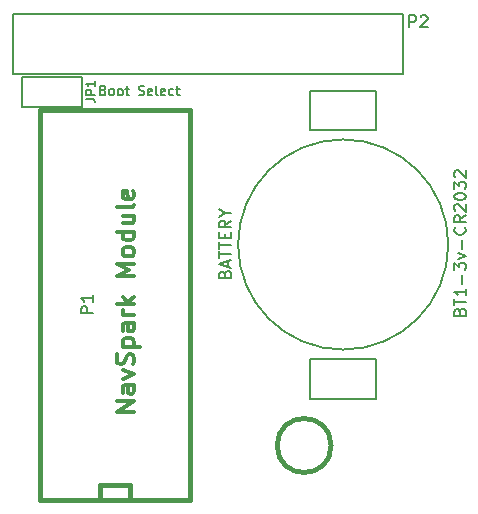
<source format=gto>
G04 (created by PCBNEW (2013-may-18)-stable) date Sun 22 Jun 2014 12:37:11 AM EDT*
%MOIN*%
G04 Gerber Fmt 3.4, Leading zero omitted, Abs format*
%FSLAX34Y34*%
G01*
G70*
G90*
G04 APERTURE LIST*
%ADD10C,0.00590551*%
%ADD11C,0.00787402*%
%ADD12C,0.008*%
%ADD13C,0.015*%
%ADD14C,0.006*%
%ADD15C,3.93701e-06*%
%ADD16C,4.72441e-06*%
%ADD17C,0.012*%
G04 APERTURE END LIST*
G54D10*
G54D11*
X28400Y-31062D02*
X28445Y-31077D01*
X28460Y-31092D01*
X28475Y-31122D01*
X28475Y-31167D01*
X28460Y-31197D01*
X28445Y-31212D01*
X28415Y-31227D01*
X28295Y-31227D01*
X28295Y-30912D01*
X28400Y-30912D01*
X28430Y-30927D01*
X28445Y-30942D01*
X28460Y-30972D01*
X28460Y-31002D01*
X28445Y-31032D01*
X28430Y-31047D01*
X28400Y-31062D01*
X28295Y-31062D01*
X28655Y-31227D02*
X28625Y-31212D01*
X28610Y-31197D01*
X28595Y-31167D01*
X28595Y-31077D01*
X28610Y-31047D01*
X28625Y-31032D01*
X28655Y-31017D01*
X28700Y-31017D01*
X28730Y-31032D01*
X28745Y-31047D01*
X28760Y-31077D01*
X28760Y-31167D01*
X28745Y-31197D01*
X28730Y-31212D01*
X28700Y-31227D01*
X28655Y-31227D01*
X28940Y-31227D02*
X28910Y-31212D01*
X28895Y-31197D01*
X28880Y-31167D01*
X28880Y-31077D01*
X28895Y-31047D01*
X28910Y-31032D01*
X28940Y-31017D01*
X28985Y-31017D01*
X29015Y-31032D01*
X29030Y-31047D01*
X29045Y-31077D01*
X29045Y-31167D01*
X29030Y-31197D01*
X29015Y-31212D01*
X28985Y-31227D01*
X28940Y-31227D01*
X29135Y-31017D02*
X29255Y-31017D01*
X29180Y-30912D02*
X29180Y-31182D01*
X29195Y-31212D01*
X29225Y-31227D01*
X29255Y-31227D01*
X29585Y-31212D02*
X29629Y-31227D01*
X29704Y-31227D01*
X29734Y-31212D01*
X29749Y-31197D01*
X29764Y-31167D01*
X29764Y-31137D01*
X29749Y-31107D01*
X29734Y-31092D01*
X29704Y-31077D01*
X29644Y-31062D01*
X29614Y-31047D01*
X29600Y-31032D01*
X29585Y-31002D01*
X29585Y-30972D01*
X29600Y-30942D01*
X29614Y-30927D01*
X29644Y-30912D01*
X29719Y-30912D01*
X29764Y-30927D01*
X30019Y-31212D02*
X29989Y-31227D01*
X29929Y-31227D01*
X29899Y-31212D01*
X29884Y-31182D01*
X29884Y-31062D01*
X29899Y-31032D01*
X29929Y-31017D01*
X29989Y-31017D01*
X30019Y-31032D01*
X30034Y-31062D01*
X30034Y-31092D01*
X29884Y-31122D01*
X30214Y-31227D02*
X30184Y-31212D01*
X30169Y-31182D01*
X30169Y-30912D01*
X30454Y-31212D02*
X30424Y-31227D01*
X30364Y-31227D01*
X30334Y-31212D01*
X30319Y-31182D01*
X30319Y-31062D01*
X30334Y-31032D01*
X30364Y-31017D01*
X30424Y-31017D01*
X30454Y-31032D01*
X30469Y-31062D01*
X30469Y-31092D01*
X30319Y-31122D01*
X30739Y-31212D02*
X30709Y-31227D01*
X30649Y-31227D01*
X30619Y-31212D01*
X30604Y-31197D01*
X30589Y-31167D01*
X30589Y-31077D01*
X30604Y-31047D01*
X30619Y-31032D01*
X30649Y-31017D01*
X30709Y-31017D01*
X30739Y-31032D01*
X30829Y-31017D02*
X30949Y-31017D01*
X30874Y-30912D02*
X30874Y-31182D01*
X30889Y-31212D01*
X30919Y-31227D01*
X30949Y-31227D01*
G54D12*
X25381Y-30505D02*
X38381Y-30505D01*
X38381Y-28505D02*
X25381Y-28505D01*
X25381Y-28505D02*
X25381Y-30505D01*
X38381Y-30505D02*
X38381Y-28505D01*
G54D13*
X36000Y-42900D02*
G75*
G03X36000Y-42900I-900J0D01*
G74*
G01*
X28300Y-44700D02*
X28300Y-44200D01*
X28300Y-44200D02*
X29300Y-44200D01*
X29300Y-44200D02*
X29300Y-44700D01*
X26300Y-44700D02*
X26300Y-31700D01*
X26300Y-31700D02*
X31300Y-31700D01*
X31300Y-31700D02*
X31300Y-44700D01*
X31300Y-44700D02*
X26300Y-44700D01*
G54D14*
X25700Y-31600D02*
X25700Y-30600D01*
X25700Y-30600D02*
X27700Y-30600D01*
X27700Y-30600D02*
X27700Y-31600D01*
X27700Y-31600D02*
X25700Y-31600D01*
G54D10*
X35297Y-41318D02*
X35297Y-40058D01*
X35297Y-40058D02*
X35297Y-40018D01*
X35297Y-40018D02*
X37502Y-40018D01*
X37502Y-40018D02*
X37502Y-41357D01*
X37502Y-41357D02*
X35297Y-41357D01*
X35297Y-32341D02*
X35297Y-31081D01*
X35297Y-31081D02*
X37462Y-31081D01*
X37462Y-31081D02*
X37502Y-31081D01*
X37502Y-31081D02*
X37502Y-32341D01*
X37502Y-32341D02*
X37502Y-32381D01*
X37502Y-32381D02*
X35297Y-32381D01*
X39903Y-36200D02*
G75*
G03X39903Y-36200I-3503J0D01*
G74*
G01*
G54D12*
X38604Y-28961D02*
X38604Y-28561D01*
X38757Y-28561D01*
X38795Y-28580D01*
X38814Y-28600D01*
X38833Y-28638D01*
X38833Y-28695D01*
X38814Y-28733D01*
X38795Y-28752D01*
X38757Y-28771D01*
X38604Y-28771D01*
X38985Y-28600D02*
X39004Y-28580D01*
X39042Y-28561D01*
X39138Y-28561D01*
X39176Y-28580D01*
X39195Y-28600D01*
X39214Y-28638D01*
X39214Y-28676D01*
X39195Y-28733D01*
X38966Y-28961D01*
X39214Y-28961D01*
G54D15*
G54D16*
G54D15*
G54D16*
G54D12*
X28061Y-38495D02*
X27661Y-38495D01*
X27661Y-38342D01*
X27680Y-38304D01*
X27700Y-38285D01*
X27738Y-38266D01*
X27795Y-38266D01*
X27833Y-38285D01*
X27852Y-38304D01*
X27871Y-38342D01*
X27871Y-38495D01*
X28061Y-37885D02*
X28061Y-38114D01*
X28061Y-37999D02*
X27661Y-37999D01*
X27719Y-38038D01*
X27757Y-38076D01*
X27776Y-38114D01*
G54D17*
X29439Y-41769D02*
X28848Y-41769D01*
X29439Y-41432D01*
X28848Y-41432D01*
X29439Y-40898D02*
X29129Y-40898D01*
X29073Y-40926D01*
X29045Y-40982D01*
X29045Y-41094D01*
X29073Y-41151D01*
X29410Y-40898D02*
X29439Y-40954D01*
X29439Y-41094D01*
X29410Y-41151D01*
X29354Y-41179D01*
X29298Y-41179D01*
X29242Y-41151D01*
X29214Y-41094D01*
X29214Y-40954D01*
X29185Y-40898D01*
X29045Y-40673D02*
X29439Y-40532D01*
X29045Y-40391D01*
X29410Y-40195D02*
X29439Y-40110D01*
X29439Y-39970D01*
X29410Y-39913D01*
X29382Y-39885D01*
X29326Y-39857D01*
X29270Y-39857D01*
X29214Y-39885D01*
X29185Y-39913D01*
X29157Y-39970D01*
X29129Y-40082D01*
X29101Y-40138D01*
X29073Y-40166D01*
X29017Y-40195D01*
X28960Y-40195D01*
X28904Y-40166D01*
X28876Y-40138D01*
X28848Y-40082D01*
X28848Y-39941D01*
X28876Y-39857D01*
X29045Y-39604D02*
X29635Y-39604D01*
X29073Y-39604D02*
X29045Y-39548D01*
X29045Y-39435D01*
X29073Y-39379D01*
X29101Y-39351D01*
X29157Y-39323D01*
X29326Y-39323D01*
X29382Y-39351D01*
X29410Y-39379D01*
X29439Y-39435D01*
X29439Y-39548D01*
X29410Y-39604D01*
X29439Y-38817D02*
X29129Y-38817D01*
X29073Y-38845D01*
X29045Y-38901D01*
X29045Y-39013D01*
X29073Y-39070D01*
X29410Y-38817D02*
X29439Y-38873D01*
X29439Y-39013D01*
X29410Y-39070D01*
X29354Y-39098D01*
X29298Y-39098D01*
X29242Y-39070D01*
X29214Y-39013D01*
X29214Y-38873D01*
X29185Y-38817D01*
X29439Y-38535D02*
X29045Y-38535D01*
X29157Y-38535D02*
X29101Y-38507D01*
X29073Y-38479D01*
X29045Y-38423D01*
X29045Y-38367D01*
X29439Y-38170D02*
X28848Y-38170D01*
X29214Y-38114D02*
X29439Y-37945D01*
X29045Y-37945D02*
X29270Y-38170D01*
X29439Y-37242D02*
X28848Y-37242D01*
X29270Y-37045D01*
X28848Y-36848D01*
X29439Y-36848D01*
X29439Y-36483D02*
X29410Y-36539D01*
X29382Y-36567D01*
X29326Y-36595D01*
X29157Y-36595D01*
X29101Y-36567D01*
X29073Y-36539D01*
X29045Y-36483D01*
X29045Y-36398D01*
X29073Y-36342D01*
X29101Y-36314D01*
X29157Y-36286D01*
X29326Y-36286D01*
X29382Y-36314D01*
X29410Y-36342D01*
X29439Y-36398D01*
X29439Y-36483D01*
X29439Y-35779D02*
X28848Y-35779D01*
X29410Y-35779D02*
X29439Y-35836D01*
X29439Y-35948D01*
X29410Y-36004D01*
X29382Y-36033D01*
X29326Y-36061D01*
X29157Y-36061D01*
X29101Y-36033D01*
X29073Y-36004D01*
X29045Y-35948D01*
X29045Y-35836D01*
X29073Y-35779D01*
X29045Y-35245D02*
X29439Y-35245D01*
X29045Y-35498D02*
X29354Y-35498D01*
X29410Y-35470D01*
X29439Y-35414D01*
X29439Y-35330D01*
X29410Y-35273D01*
X29382Y-35245D01*
X29439Y-34880D02*
X29410Y-34936D01*
X29354Y-34964D01*
X28848Y-34964D01*
X29410Y-34430D02*
X29439Y-34486D01*
X29439Y-34598D01*
X29410Y-34655D01*
X29354Y-34683D01*
X29129Y-34683D01*
X29073Y-34655D01*
X29045Y-34598D01*
X29045Y-34486D01*
X29073Y-34430D01*
X29129Y-34402D01*
X29185Y-34402D01*
X29242Y-34683D01*
G54D14*
X27821Y-31349D02*
X28035Y-31349D01*
X28078Y-31364D01*
X28107Y-31392D01*
X28121Y-31435D01*
X28121Y-31464D01*
X28121Y-31207D02*
X27821Y-31207D01*
X27821Y-31092D01*
X27835Y-31064D01*
X27850Y-31050D01*
X27878Y-31035D01*
X27921Y-31035D01*
X27950Y-31050D01*
X27964Y-31064D01*
X27978Y-31092D01*
X27978Y-31207D01*
X28121Y-30750D02*
X28121Y-30921D01*
X28121Y-30835D02*
X27821Y-30835D01*
X27864Y-30864D01*
X27892Y-30892D01*
X27907Y-30921D01*
G54D10*
X40290Y-38438D02*
X40308Y-38382D01*
X40327Y-38363D01*
X40365Y-38344D01*
X40421Y-38344D01*
X40458Y-38363D01*
X40477Y-38382D01*
X40496Y-38419D01*
X40496Y-38569D01*
X40102Y-38569D01*
X40102Y-38438D01*
X40121Y-38400D01*
X40140Y-38382D01*
X40177Y-38363D01*
X40215Y-38363D01*
X40252Y-38382D01*
X40271Y-38400D01*
X40290Y-38438D01*
X40290Y-38569D01*
X40102Y-38232D02*
X40102Y-38007D01*
X40496Y-38119D02*
X40102Y-38119D01*
X40496Y-37669D02*
X40496Y-37894D01*
X40496Y-37782D02*
X40102Y-37782D01*
X40158Y-37819D01*
X40196Y-37857D01*
X40215Y-37894D01*
X40346Y-37501D02*
X40346Y-37201D01*
X40102Y-37051D02*
X40102Y-36807D01*
X40252Y-36938D01*
X40252Y-36882D01*
X40271Y-36844D01*
X40290Y-36826D01*
X40327Y-36807D01*
X40421Y-36807D01*
X40458Y-36826D01*
X40477Y-36844D01*
X40496Y-36882D01*
X40496Y-36994D01*
X40477Y-37032D01*
X40458Y-37051D01*
X40233Y-36676D02*
X40496Y-36582D01*
X40233Y-36488D01*
X40346Y-36338D02*
X40346Y-36038D01*
X40458Y-35626D02*
X40477Y-35645D01*
X40496Y-35701D01*
X40496Y-35738D01*
X40477Y-35795D01*
X40440Y-35832D01*
X40402Y-35851D01*
X40327Y-35870D01*
X40271Y-35870D01*
X40196Y-35851D01*
X40158Y-35832D01*
X40121Y-35795D01*
X40102Y-35738D01*
X40102Y-35701D01*
X40121Y-35645D01*
X40140Y-35626D01*
X40496Y-35232D02*
X40308Y-35363D01*
X40496Y-35457D02*
X40102Y-35457D01*
X40102Y-35307D01*
X40121Y-35270D01*
X40140Y-35251D01*
X40177Y-35232D01*
X40233Y-35232D01*
X40271Y-35251D01*
X40290Y-35270D01*
X40308Y-35307D01*
X40308Y-35457D01*
X40140Y-35082D02*
X40121Y-35063D01*
X40102Y-35026D01*
X40102Y-34932D01*
X40121Y-34895D01*
X40140Y-34876D01*
X40177Y-34857D01*
X40215Y-34857D01*
X40271Y-34876D01*
X40496Y-35101D01*
X40496Y-34857D01*
X40102Y-34613D02*
X40102Y-34576D01*
X40121Y-34538D01*
X40140Y-34520D01*
X40177Y-34501D01*
X40252Y-34482D01*
X40346Y-34482D01*
X40421Y-34501D01*
X40458Y-34520D01*
X40477Y-34538D01*
X40496Y-34576D01*
X40496Y-34613D01*
X40477Y-34651D01*
X40458Y-34670D01*
X40421Y-34688D01*
X40346Y-34707D01*
X40252Y-34707D01*
X40177Y-34688D01*
X40140Y-34670D01*
X40121Y-34651D01*
X40102Y-34613D01*
X40102Y-34351D02*
X40102Y-34107D01*
X40252Y-34238D01*
X40252Y-34182D01*
X40271Y-34145D01*
X40290Y-34126D01*
X40327Y-34107D01*
X40421Y-34107D01*
X40458Y-34126D01*
X40477Y-34145D01*
X40496Y-34182D01*
X40496Y-34295D01*
X40477Y-34332D01*
X40458Y-34351D01*
X40140Y-33957D02*
X40121Y-33939D01*
X40102Y-33901D01*
X40102Y-33807D01*
X40121Y-33770D01*
X40140Y-33751D01*
X40177Y-33732D01*
X40215Y-33732D01*
X40271Y-33751D01*
X40496Y-33976D01*
X40496Y-33732D01*
X32455Y-37184D02*
X32474Y-37128D01*
X32492Y-37109D01*
X32530Y-37090D01*
X32586Y-37090D01*
X32624Y-37109D01*
X32642Y-37128D01*
X32661Y-37165D01*
X32661Y-37315D01*
X32268Y-37315D01*
X32268Y-37184D01*
X32286Y-37146D01*
X32305Y-37128D01*
X32343Y-37109D01*
X32380Y-37109D01*
X32417Y-37128D01*
X32436Y-37146D01*
X32455Y-37184D01*
X32455Y-37315D01*
X32549Y-36940D02*
X32549Y-36753D01*
X32661Y-36978D02*
X32268Y-36846D01*
X32661Y-36715D01*
X32268Y-36640D02*
X32268Y-36415D01*
X32661Y-36528D02*
X32268Y-36528D01*
X32268Y-36340D02*
X32268Y-36115D01*
X32661Y-36228D02*
X32268Y-36228D01*
X32455Y-35984D02*
X32455Y-35853D01*
X32661Y-35796D02*
X32661Y-35984D01*
X32268Y-35984D01*
X32268Y-35796D01*
X32661Y-35403D02*
X32474Y-35534D01*
X32661Y-35628D02*
X32268Y-35628D01*
X32268Y-35478D01*
X32286Y-35440D01*
X32305Y-35421D01*
X32343Y-35403D01*
X32399Y-35403D01*
X32436Y-35421D01*
X32455Y-35440D01*
X32474Y-35478D01*
X32474Y-35628D01*
X32474Y-35159D02*
X32661Y-35159D01*
X32268Y-35290D02*
X32474Y-35159D01*
X32268Y-35028D01*
M02*

</source>
